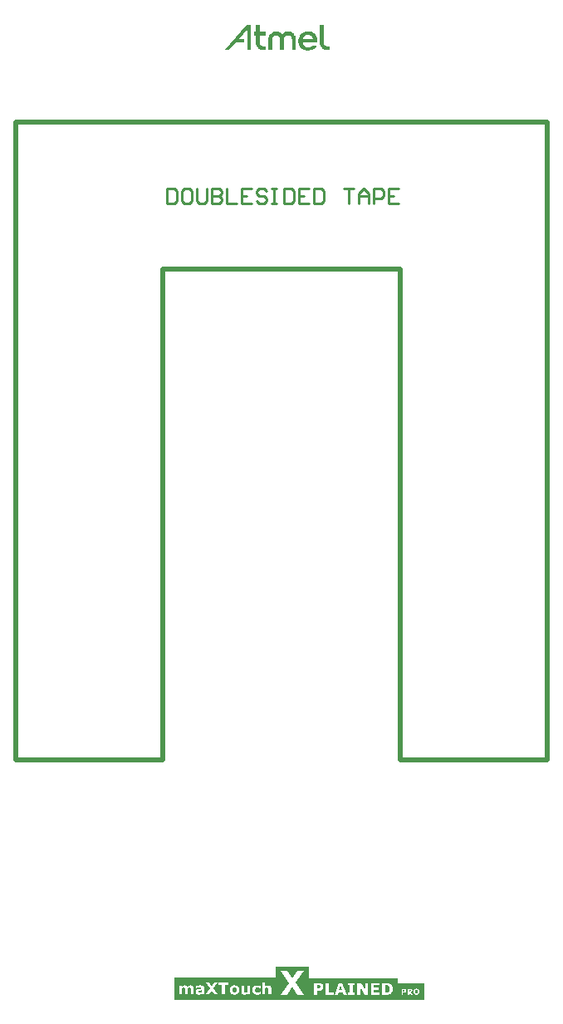
<source format=gto>
%FSLAX43Y43*%
%MOMM*%
G71*
G01*
G75*
G04 Layer_Color=65535*
%ADD10C,0.500*%
%ADD11C,0.200*%
%ADD12C,0.250*%
%ADD13C,0.400*%
%ADD14C,1.700*%
%ADD15R,1.700X1.700*%
%ADD16C,0.550*%
%ADD17R,1.800X2.200*%
%ADD18R,0.300X1.300*%
%ADD19R,0.700X0.300*%
%ADD20R,1.000X0.400*%
%ADD21R,1.100X1.500*%
%ADD22R,1.700X1.700*%
%ADD23R,1.100X0.250*%
%ADD24R,1.500X1.700*%
%ADD25R,2.800X2.800*%
%ADD26O,0.250X0.700*%
%ADD27O,0.700X0.250*%
%ADD28O,1.750X0.250*%
%ADD29R,0.700X1.100*%
%ADD30R,1.300X0.600*%
%ADD31R,0.400X0.400*%
%ADD32R,1.400X0.600*%
%ADD33R,0.700X0.700*%
%ADD34R,0.550X0.600*%
%ADD35R,0.800X0.650*%
%ADD36R,0.500X0.600*%
%ADD37R,1.000X0.950*%
%ADD38R,0.900X0.600*%
%ADD39R,0.600X0.550*%
%ADD40R,0.650X0.800*%
%ADD41R,0.600X0.500*%
%ADD42R,0.600X0.900*%
%ADD43C,0.800*%
%ADD44C,0.300*%
%ADD45C,0.254*%
G36*
X25647Y-1210D02*
X26254D01*
Y-1601D01*
X25647D01*
Y-2295D01*
Y-2301D01*
Y-2313D01*
Y-2330D01*
X25653Y-2354D01*
X25659Y-2406D01*
X25677Y-2464D01*
Y-2470D01*
X25682Y-2476D01*
X25700Y-2511D01*
X25729Y-2552D01*
X25770Y-2598D01*
X25782Y-2610D01*
X25811Y-2633D01*
X25852Y-2663D01*
X25904Y-2692D01*
X25910D01*
X25916Y-2698D01*
X25957Y-2703D01*
X26009Y-2715D01*
X26073Y-2721D01*
X26260D01*
Y-3106D01*
X26044D01*
X26009Y-3100D01*
X25968D01*
X25922Y-3094D01*
X25869Y-3082D01*
X25752Y-3048D01*
X25747Y-3042D01*
X25729Y-3036D01*
X25700Y-3018D01*
X25665Y-3001D01*
X25583Y-2948D01*
X25496Y-2873D01*
X25490Y-2867D01*
X25478Y-2855D01*
X25455Y-2832D01*
X25432Y-2797D01*
X25402Y-2762D01*
X25373Y-2715D01*
X25321Y-2616D01*
Y-2610D01*
X25309Y-2587D01*
X25303Y-2558D01*
X25292Y-2517D01*
X25280Y-2470D01*
X25268Y-2418D01*
X25263Y-2359D01*
X25257Y-2295D01*
Y-1601D01*
X25058D01*
Y-1210D01*
X25257D01*
Y-493D01*
X25647D01*
Y-1210D01*
D02*
G37*
G36*
X30663Y-1175D02*
X30698Y-1181D01*
X30739Y-1187D01*
X30844Y-1205D01*
X30954Y-1240D01*
X31071Y-1292D01*
X31129Y-1327D01*
X31188Y-1368D01*
X31240Y-1415D01*
X31293Y-1467D01*
Y-1473D01*
X31304Y-1479D01*
X31316Y-1496D01*
X31328Y-1514D01*
X31368Y-1572D01*
X31415Y-1654D01*
X31456Y-1753D01*
X31497Y-1864D01*
X31520Y-1998D01*
X31532Y-2144D01*
Y-2301D01*
X30050D01*
Y-2313D01*
Y-2336D01*
X30056Y-2377D01*
X30062Y-2424D01*
X30080Y-2482D01*
X30103Y-2540D01*
X30138Y-2604D01*
X30190Y-2663D01*
X30196Y-2668D01*
X30220Y-2686D01*
X30255Y-2709D01*
X30301Y-2738D01*
X30360Y-2768D01*
X30430Y-2791D01*
X30505Y-2808D01*
X30593Y-2820D01*
X30639D01*
X30692Y-2808D01*
X30756Y-2797D01*
X30832Y-2773D01*
X30908Y-2733D01*
X30978Y-2680D01*
X31042Y-2610D01*
X31473D01*
X31468Y-2622D01*
X31462Y-2645D01*
X31438Y-2686D01*
X31409Y-2733D01*
X31368Y-2791D01*
X31316Y-2855D01*
X31252Y-2919D01*
X31176Y-2983D01*
X31164Y-2989D01*
X31135Y-3007D01*
X31089Y-3036D01*
X31019Y-3065D01*
X30937Y-3094D01*
X30832Y-3117D01*
X30715Y-3135D01*
X30587Y-3147D01*
X30540D01*
X30511Y-3141D01*
X30470D01*
X30430Y-3129D01*
X30325Y-3112D01*
X30208Y-3077D01*
X30085Y-3030D01*
X29969Y-2960D01*
X29916Y-2913D01*
X29864Y-2867D01*
Y-2861D01*
X29852Y-2855D01*
X29841Y-2838D01*
X29823Y-2814D01*
X29806Y-2791D01*
X29782Y-2756D01*
X29736Y-2668D01*
X29689Y-2569D01*
X29648Y-2441D01*
X29619Y-2301D01*
X29613Y-2225D01*
X29607Y-2144D01*
Y-2138D01*
Y-2126D01*
Y-2103D01*
X29613Y-2074D01*
Y-2044D01*
X29619Y-2004D01*
X29642Y-1904D01*
X29671Y-1799D01*
X29718Y-1683D01*
X29782Y-1572D01*
X29817Y-1514D01*
X29864Y-1461D01*
X29870Y-1455D01*
X29876Y-1450D01*
X29893Y-1432D01*
X29916Y-1415D01*
X29940Y-1391D01*
X29975Y-1368D01*
X30056Y-1315D01*
X30161Y-1263D01*
X30284Y-1216D01*
X30430Y-1181D01*
X30505Y-1175D01*
X30587Y-1170D01*
X30628D01*
X30663Y-1175D01*
D02*
G37*
G36*
X30708Y-97707D02*
X39746D01*
Y-98280D01*
X42451D01*
Y-99903D01*
X16950D01*
Y-97625D01*
X27275D01*
Y-96511D01*
X30708D01*
Y-97707D01*
D02*
G37*
G36*
X32162Y-2295D02*
Y-2301D01*
Y-2313D01*
Y-2330D01*
X32167Y-2354D01*
X32173Y-2406D01*
X32191Y-2464D01*
Y-2470D01*
X32197Y-2476D01*
X32214Y-2511D01*
X32243Y-2552D01*
X32284Y-2598D01*
X32296Y-2610D01*
X32325Y-2633D01*
X32366Y-2663D01*
X32418Y-2692D01*
X32424D01*
X32430Y-2698D01*
X32447Y-2703D01*
X32471D01*
X32523Y-2715D01*
X32587Y-2721D01*
X32791D01*
Y-3106D01*
X32558D01*
X32523Y-3100D01*
X32482D01*
X32436Y-3094D01*
X32383Y-3082D01*
X32267Y-3048D01*
X32261Y-3042D01*
X32243Y-3036D01*
X32214Y-3018D01*
X32179Y-3001D01*
X32097Y-2948D01*
X32010Y-2873D01*
X32004Y-2867D01*
X31992Y-2855D01*
X31969Y-2832D01*
X31946Y-2797D01*
X31917Y-2762D01*
X31888Y-2715D01*
X31835Y-2610D01*
Y-2604D01*
X31823Y-2587D01*
X31818Y-2558D01*
X31806Y-2517D01*
X31794Y-2470D01*
X31788Y-2418D01*
X31777Y-2295D01*
Y-493D01*
X32162D01*
Y-2295D01*
D02*
G37*
G36*
X28668Y-1193D02*
X28721Y-1205D01*
X28767Y-1216D01*
X28808Y-1228D01*
X28837Y-1240D01*
X28855Y-1245D01*
X28861Y-1251D01*
X28960Y-1304D01*
X29007Y-1333D01*
X29042Y-1362D01*
X29077Y-1385D01*
X29100Y-1409D01*
X29112Y-1420D01*
X29117Y-1426D01*
X29193Y-1514D01*
X29246Y-1601D01*
X29269Y-1636D01*
X29281Y-1665D01*
X29292Y-1683D01*
Y-1689D01*
X29316Y-1747D01*
X29333Y-1799D01*
X29345Y-1852D01*
X29356Y-1904D01*
Y-1945D01*
X29362Y-1980D01*
Y-2004D01*
Y-2009D01*
Y-3100D01*
X28960D01*
Y-2009D01*
X28954Y-1945D01*
X28942Y-1899D01*
X28931Y-1864D01*
X28925Y-1858D01*
Y-1852D01*
X28902Y-1799D01*
X28872Y-1759D01*
X28849Y-1730D01*
X28837Y-1718D01*
X28797Y-1677D01*
X28756Y-1648D01*
X28721Y-1630D01*
X28715Y-1625D01*
X28709D01*
X28651Y-1607D01*
X28598Y-1601D01*
X28575Y-1595D01*
X28546D01*
X28488Y-1601D01*
X28435Y-1607D01*
X28400Y-1619D01*
X28394Y-1625D01*
X28388D01*
X28342Y-1654D01*
X28301Y-1683D01*
X28272Y-1706D01*
X28260Y-1712D01*
Y-1718D01*
X28225Y-1765D01*
X28196Y-1805D01*
X28178Y-1840D01*
X28173Y-1846D01*
Y-1852D01*
X28155Y-1904D01*
X28149Y-1957D01*
X28143Y-1992D01*
Y-2004D01*
Y-2009D01*
Y-3100D01*
X27747D01*
Y-2009D01*
X27741Y-1945D01*
X27729Y-1899D01*
X27718Y-1864D01*
X27712Y-1858D01*
Y-1852D01*
X27683Y-1799D01*
X27654Y-1759D01*
X27630Y-1730D01*
X27619Y-1718D01*
X27578Y-1677D01*
X27537Y-1648D01*
X27502Y-1630D01*
X27496Y-1625D01*
X27490D01*
X27438Y-1607D01*
X27385Y-1601D01*
X27350Y-1595D01*
X27333D01*
X27269Y-1601D01*
X27216Y-1607D01*
X27181Y-1619D01*
X27175Y-1625D01*
X27170D01*
X27123Y-1654D01*
X27082Y-1683D01*
X27053Y-1706D01*
X27041Y-1712D01*
Y-1718D01*
X27006Y-1765D01*
X26977Y-1805D01*
X26960Y-1840D01*
X26954Y-1846D01*
Y-1852D01*
X26936Y-1904D01*
X26930Y-1957D01*
X26925Y-1992D01*
Y-2004D01*
Y-2009D01*
Y-3100D01*
X26528D01*
Y-2009D01*
X26534Y-1945D01*
X26540Y-1887D01*
X26551Y-1829D01*
X26563Y-1782D01*
X26575Y-1741D01*
X26581Y-1712D01*
X26592Y-1695D01*
Y-1689D01*
X26645Y-1584D01*
X26674Y-1537D01*
X26703Y-1502D01*
X26726Y-1467D01*
X26744Y-1444D01*
X26755Y-1432D01*
X26761Y-1426D01*
X26849Y-1350D01*
X26930Y-1298D01*
X26965Y-1275D01*
X26995Y-1263D01*
X27012Y-1251D01*
X27018D01*
X27076Y-1228D01*
X27129Y-1210D01*
X27187Y-1199D01*
X27234Y-1187D01*
X27275D01*
X27304Y-1181D01*
X27333D01*
X27409Y-1187D01*
X27473Y-1193D01*
X27537Y-1210D01*
X27589Y-1228D01*
X27636Y-1245D01*
X27671Y-1257D01*
X27694Y-1269D01*
X27700Y-1275D01*
X27799Y-1339D01*
X27840Y-1368D01*
X27875Y-1397D01*
X27904Y-1426D01*
X27928Y-1450D01*
X27939Y-1461D01*
X27945Y-1467D01*
X28021Y-1385D01*
X28103Y-1327D01*
X28132Y-1304D01*
X28161Y-1286D01*
X28178Y-1280D01*
X28184Y-1275D01*
X28248Y-1245D01*
X28313Y-1222D01*
X28371Y-1205D01*
X28429Y-1193D01*
X28476Y-1187D01*
X28511Y-1181D01*
X28610D01*
X28668Y-1193D01*
D02*
G37*
G36*
X24773Y-3100D02*
X24388D01*
Y-983D01*
X23571Y-1939D01*
X24032D01*
Y-2313D01*
X23256D01*
X22580Y-3100D01*
X22125D01*
X24324Y-493D01*
X24773D01*
Y-3100D01*
D02*
G37*
%LPC*%
G36*
X38586Y-98207D02*
X38118D01*
Y-99403D01*
X38538D01*
X38590Y-99402D01*
X38636Y-99400D01*
X38680Y-99397D01*
X38698Y-99395D01*
X38715Y-99393D01*
X38731Y-99392D01*
X38745Y-99390D01*
X38756Y-99388D01*
X38766Y-99387D01*
X38775Y-99385D01*
X38780Y-99383D01*
X38785D01*
X38823Y-99373D01*
X38860Y-99363D01*
X38891Y-99350D01*
X38920Y-99338D01*
X38943Y-99327D01*
X38961Y-99318D01*
X38968Y-99315D01*
X38973Y-99312D01*
X38975Y-99310D01*
X38976D01*
X39018Y-99280D01*
X39056Y-99248D01*
X39088Y-99213D01*
X39116Y-99182D01*
X39140Y-99152D01*
X39148Y-99140D01*
X39156Y-99128D01*
X39161Y-99120D01*
X39166Y-99112D01*
X39168Y-99108D01*
X39170Y-99107D01*
X39183Y-99082D01*
X39195Y-99057D01*
X39215Y-99005D01*
X39228Y-98953D01*
X39236Y-98907D01*
X39240Y-98887D01*
X39243Y-98867D01*
X39245Y-98850D01*
Y-98835D01*
X39246Y-98823D01*
Y-98813D01*
Y-98808D01*
Y-98807D01*
Y-98775D01*
X39243Y-98743D01*
X39235Y-98687D01*
X39230Y-98660D01*
X39223Y-98635D01*
X39218Y-98612D01*
X39211Y-98590D01*
X39205Y-98572D01*
X39198Y-98555D01*
X39191Y-98540D01*
X39186Y-98529D01*
X39181Y-98519D01*
X39178Y-98510D01*
X39176Y-98507D01*
X39175Y-98505D01*
X39146Y-98460D01*
X39115Y-98419D01*
X39081Y-98385D01*
X39050Y-98355D01*
X39023Y-98332D01*
X39011Y-98324D01*
X39000Y-98315D01*
X38991Y-98310D01*
X38985Y-98305D01*
X38981Y-98302D01*
X38980D01*
X38951Y-98285D01*
X38921Y-98272D01*
X38891Y-98260D01*
X38863Y-98250D01*
X38840Y-98242D01*
X38828Y-98239D01*
X38820Y-98237D01*
X38811Y-98235D01*
X38806Y-98234D01*
X38803Y-98232D01*
X38801D01*
X38760Y-98224D01*
X38718Y-98217D01*
X38676Y-98214D01*
X38636Y-98210D01*
X38618Y-98209D01*
X38601D01*
X38586Y-98207D01*
D02*
G37*
G36*
X26226Y-98125D02*
X25936D01*
Y-99375D01*
X26226D01*
Y-98737D01*
X26259Y-98718D01*
X26274Y-98712D01*
X26288Y-98705D01*
X26298Y-98700D01*
X26306Y-98697D01*
X26311Y-98695D01*
X26313D01*
X26343Y-98687D01*
X26356Y-98685D01*
X26368Y-98684D01*
X26378Y-98682D01*
X26413D01*
X26429Y-98684D01*
X26444Y-98687D01*
X26456Y-98689D01*
X26466Y-98692D01*
X26473Y-98695D01*
X26476Y-98697D01*
X26478D01*
X26499Y-98709D01*
X26514Y-98724D01*
X26519Y-98730D01*
X26523Y-98735D01*
X26526Y-98739D01*
Y-98740D01*
X26531Y-98750D01*
X26534Y-98763D01*
X26541Y-98790D01*
X26543Y-98802D01*
Y-98812D01*
X26544Y-98818D01*
Y-98820D01*
X26548Y-98860D01*
X26549Y-98878D01*
X26551Y-98893D01*
Y-98908D01*
Y-98918D01*
Y-98925D01*
Y-98928D01*
Y-99375D01*
X26841D01*
Y-98788D01*
X26839Y-98758D01*
X26838Y-98729D01*
X26833Y-98702D01*
X26828Y-98679D01*
X26821Y-98655D01*
X26814Y-98634D01*
X26808Y-98615D01*
X26799Y-98599D01*
X26791Y-98584D01*
X26784Y-98570D01*
X26778Y-98560D01*
X26771Y-98552D01*
X26766Y-98544D01*
X26761Y-98539D01*
X26759Y-98537D01*
X26758Y-98535D01*
X26741Y-98520D01*
X26724Y-98507D01*
X26706Y-98495D01*
X26688Y-98485D01*
X26649Y-98470D01*
X26614Y-98459D01*
X26581Y-98454D01*
X26568Y-98452D01*
X26554Y-98450D01*
X26544Y-98449D01*
X26531D01*
X26499Y-98450D01*
X26469Y-98454D01*
X26443Y-98459D01*
X26419Y-98465D01*
X26399Y-98472D01*
X26386Y-98477D01*
X26376Y-98480D01*
X26374Y-98482D01*
X26373D01*
X26346Y-98495D01*
X26321Y-98510D01*
X26296Y-98525D01*
X26273Y-98540D01*
X26254Y-98554D01*
X26239Y-98564D01*
X26229Y-98570D01*
X26228Y-98574D01*
X26226D01*
Y-98125D01*
D02*
G37*
G36*
X34089Y-98207D02*
X33734D01*
X33294Y-99403D01*
X33606D01*
X33689Y-99162D01*
X34126D01*
X34209Y-99403D01*
X34531D01*
X34089Y-98207D01*
D02*
G37*
G36*
X35351D02*
X34649D01*
Y-98419D01*
X34846D01*
Y-99192D01*
X34649D01*
Y-99403D01*
X35351D01*
Y-99192D01*
X35154D01*
Y-98419D01*
X35351D01*
Y-98207D01*
D02*
G37*
G36*
X37858D02*
X36995D01*
Y-99403D01*
X37858D01*
Y-99172D01*
X37303D01*
Y-98877D01*
X37818D01*
Y-98645D01*
X37303D01*
Y-98439D01*
X37858D01*
Y-98207D01*
D02*
G37*
G36*
X40392Y-98793D02*
X40125D01*
Y-99391D01*
X40279D01*
Y-99196D01*
X40374D01*
X40397Y-99195D01*
X40419Y-99193D01*
X40437Y-99190D01*
X40453Y-99187D01*
X40466Y-99184D01*
X40472Y-99183D01*
X40476Y-99181D01*
X40479Y-99180D01*
X40482Y-99179D01*
X40482Y-99178D01*
X40483D01*
X40499Y-99171D01*
X40514Y-99163D01*
X40528Y-99153D01*
X40540Y-99145D01*
X40550Y-99137D01*
X40557Y-99131D01*
X40562Y-99127D01*
X40563Y-99125D01*
X40572Y-99114D01*
X40581Y-99103D01*
X40587Y-99093D01*
X40593Y-99083D01*
X40597Y-99073D01*
X40601Y-99067D01*
X40602Y-99062D01*
X40603Y-99060D01*
X40608Y-99046D01*
X40612Y-99032D01*
X40614Y-99018D01*
X40616Y-99007D01*
X40617Y-98997D01*
X40617Y-98988D01*
Y-98983D01*
Y-98983D01*
Y-98982D01*
X40617Y-98963D01*
X40614Y-98946D01*
X40612Y-98931D01*
X40608Y-98918D01*
X40604Y-98908D01*
X40602Y-98900D01*
X40599Y-98895D01*
X40598Y-98893D01*
X40591Y-98880D01*
X40582Y-98868D01*
X40572Y-98858D01*
X40563Y-98849D01*
X40556Y-98842D01*
X40549Y-98837D01*
X40545Y-98833D01*
X40544Y-98833D01*
X40543D01*
X40532Y-98826D01*
X40519Y-98819D01*
X40507Y-98814D01*
X40497Y-98810D01*
X40487Y-98807D01*
X40480Y-98804D01*
X40475Y-98803D01*
X40474Y-98803D01*
X40473D01*
X40458Y-98799D01*
X40442Y-98797D01*
X40426Y-98795D01*
X40411Y-98793D01*
X40397D01*
X40392Y-98793D01*
D02*
G37*
G36*
X41650Y-98780D02*
X41643D01*
X41616Y-98781D01*
X41592Y-98783D01*
X41569Y-98788D01*
X41547Y-98793D01*
X41527Y-98799D01*
X41508Y-98807D01*
X41491Y-98814D01*
X41476Y-98822D01*
X41462Y-98830D01*
X41450Y-98838D01*
X41440Y-98845D01*
X41432Y-98851D01*
X41425Y-98857D01*
X41421Y-98861D01*
X41418Y-98863D01*
X41417Y-98864D01*
X41403Y-98881D01*
X41391Y-98898D01*
X41380Y-98917D01*
X41370Y-98935D01*
X41362Y-98954D01*
X41356Y-98973D01*
X41350Y-98992D01*
X41346Y-99010D01*
X41342Y-99027D01*
X41340Y-99043D01*
X41338Y-99057D01*
X41337Y-99068D01*
X41336Y-99078D01*
X41336Y-99086D01*
Y-99091D01*
Y-99092D01*
Y-99093D01*
X41336Y-99118D01*
X41339Y-99143D01*
X41343Y-99167D01*
X41348Y-99188D01*
X41355Y-99208D01*
X41361Y-99227D01*
X41369Y-99244D01*
X41376Y-99259D01*
X41384Y-99273D01*
X41391Y-99285D01*
X41398Y-99295D01*
X41405Y-99304D01*
X41410Y-99311D01*
X41414Y-99315D01*
X41416Y-99318D01*
X41417Y-99319D01*
X41433Y-99334D01*
X41450Y-99347D01*
X41468Y-99358D01*
X41487Y-99368D01*
X41505Y-99376D01*
X41525Y-99382D01*
X41543Y-99388D01*
X41560Y-99393D01*
X41577Y-99397D01*
X41593Y-99399D01*
X41607Y-99401D01*
X41619Y-99402D01*
X41629Y-99402D01*
X41636Y-99403D01*
X41643D01*
X41670Y-99402D01*
X41694Y-99400D01*
X41717Y-99396D01*
X41739Y-99390D01*
X41760Y-99384D01*
X41778Y-99377D01*
X41795Y-99369D01*
X41810Y-99361D01*
X41824Y-99353D01*
X41835Y-99346D01*
X41845Y-99338D01*
X41854Y-99333D01*
X41860Y-99327D01*
X41865Y-99323D01*
X41868Y-99320D01*
X41869Y-99319D01*
X41883Y-99303D01*
X41896Y-99285D01*
X41907Y-99267D01*
X41916Y-99248D01*
X41925Y-99229D01*
X41931Y-99211D01*
X41936Y-99192D01*
X41941Y-99174D01*
X41945Y-99158D01*
X41947Y-99142D01*
X41949Y-99128D01*
X41950Y-99116D01*
X41950Y-99106D01*
X41951Y-99099D01*
Y-99094D01*
Y-99093D01*
X41950Y-99066D01*
X41948Y-99042D01*
X41944Y-99018D01*
X41939Y-98996D01*
X41932Y-98976D01*
X41925Y-98957D01*
X41918Y-98940D01*
X41910Y-98924D01*
X41902Y-98911D01*
X41895Y-98898D01*
X41888Y-98888D01*
X41882Y-98879D01*
X41876Y-98873D01*
X41872Y-98868D01*
X41870Y-98865D01*
X41869Y-98864D01*
X41853Y-98849D01*
X41835Y-98837D01*
X41817Y-98825D01*
X41799Y-98816D01*
X41780Y-98808D01*
X41761Y-98801D01*
X41743Y-98795D01*
X41725Y-98791D01*
X41708Y-98787D01*
X41693Y-98784D01*
X41679Y-98783D01*
X41666Y-98782D01*
X41657Y-98781D01*
X41650Y-98780D01*
D02*
G37*
G36*
X41005Y-98793D02*
X40727D01*
Y-99391D01*
X40881D01*
Y-99172D01*
X40952D01*
X41115Y-99391D01*
X41303D01*
X41103Y-99135D01*
X41123Y-99124D01*
X41141Y-99113D01*
X41156Y-99101D01*
X41169Y-99090D01*
X41179Y-99081D01*
X41186Y-99073D01*
X41190Y-99068D01*
X41191Y-99067D01*
Y-99066D01*
X41201Y-99049D01*
X41209Y-99031D01*
X41215Y-99013D01*
X41218Y-98996D01*
X41221Y-98981D01*
X41221Y-98974D01*
Y-98968D01*
X41222Y-98964D01*
Y-98960D01*
Y-98958D01*
Y-98958D01*
X41221Y-98940D01*
X41219Y-98924D01*
X41216Y-98911D01*
X41212Y-98899D01*
X41209Y-98890D01*
X41206Y-98883D01*
X41203Y-98879D01*
X41202Y-98878D01*
X41194Y-98866D01*
X41186Y-98856D01*
X41176Y-98847D01*
X41168Y-98839D01*
X41160Y-98833D01*
X41154Y-98828D01*
X41150Y-98826D01*
X41148Y-98825D01*
X41136Y-98818D01*
X41123Y-98813D01*
X41111Y-98808D01*
X41100Y-98804D01*
X41091Y-98802D01*
X41083Y-98800D01*
X41078Y-98799D01*
X41076D01*
X41061Y-98797D01*
X41046Y-98795D01*
X41031Y-98794D01*
X41017Y-98793D01*
X41005Y-98793D01*
D02*
G37*
G36*
X22497Y-98179D02*
X21442D01*
Y-98410D01*
X21816D01*
Y-99375D01*
X22124D01*
Y-98410D01*
X22497D01*
Y-98179D01*
D02*
G37*
G36*
X19581Y-98447D02*
X19519D01*
X19483Y-98450D01*
X19448Y-98452D01*
X19416Y-98455D01*
X19389Y-98459D01*
X19378Y-98460D01*
X19370D01*
X19361Y-98462D01*
X19356Y-98464D01*
X19351D01*
X19315Y-98470D01*
X19285Y-98475D01*
X19260Y-98480D01*
X19238Y-98485D01*
X19223Y-98489D01*
X19211Y-98492D01*
X19205Y-98494D01*
X19203D01*
Y-98710D01*
X19228D01*
X19243Y-98705D01*
X19261Y-98699D01*
X19281Y-98692D01*
X19300Y-98685D01*
X19318Y-98680D01*
X19331Y-98675D01*
X19341Y-98674D01*
X19343Y-98672D01*
X19345D01*
X19375Y-98664D01*
X19403Y-98657D01*
X19428Y-98652D01*
X19451Y-98649D01*
X19469Y-98647D01*
X19484Y-98645D01*
X19496D01*
X19538Y-98647D01*
X19574Y-98650D01*
X19604Y-98655D01*
X19629Y-98660D01*
X19649Y-98665D01*
X19663Y-98670D01*
X19671Y-98674D01*
X19674Y-98675D01*
X19694Y-98689D01*
X19709Y-98704D01*
X19721Y-98720D01*
X19728Y-98737D01*
X19733Y-98753D01*
X19734Y-98767D01*
X19736Y-98775D01*
Y-98777D01*
Y-98778D01*
Y-98782D01*
X19689Y-98785D01*
X19644Y-98788D01*
X19603Y-98793D01*
X19566Y-98797D01*
X19549Y-98798D01*
X19536Y-98800D01*
X19523Y-98802D01*
X19511D01*
X19503Y-98803D01*
X19496Y-98805D01*
X19491D01*
X19449Y-98812D01*
X19410Y-98820D01*
X19376Y-98828D01*
X19348Y-98837D01*
X19325Y-98845D01*
X19308Y-98850D01*
X19301Y-98853D01*
X19296Y-98855D01*
X19295Y-98857D01*
X19293D01*
X19265Y-98872D01*
X19240Y-98887D01*
X19218Y-98903D01*
X19200Y-98918D01*
X19186Y-98933D01*
X19176Y-98945D01*
X19170Y-98952D01*
X19168Y-98955D01*
X19153Y-98980D01*
X19143Y-99007D01*
X19135Y-99033D01*
X19130Y-99060D01*
X19126Y-99082D01*
X19125Y-99100D01*
Y-99107D01*
Y-99112D01*
Y-99115D01*
Y-99117D01*
X19126Y-99140D01*
X19128Y-99160D01*
X19138Y-99200D01*
X19151Y-99235D01*
X19168Y-99265D01*
X19183Y-99288D01*
X19196Y-99305D01*
X19201Y-99312D01*
X19206Y-99317D01*
X19208Y-99318D01*
X19210Y-99320D01*
X19226Y-99333D01*
X19245Y-99345D01*
X19280Y-99365D01*
X19316Y-99378D01*
X19350Y-99388D01*
X19379Y-99393D01*
X19393Y-99397D01*
X19403D01*
X19413Y-99398D01*
X19444D01*
X19463Y-99397D01*
X19481Y-99395D01*
X19494Y-99393D01*
X19508Y-99392D01*
X19516Y-99390D01*
X19523Y-99388D01*
X19524D01*
X19558Y-99380D01*
X19573Y-99377D01*
X19586Y-99372D01*
X19598Y-99368D01*
X19606Y-99365D01*
X19611Y-99362D01*
X19613D01*
X19636Y-99350D01*
X19656Y-99337D01*
X19664Y-99332D01*
X19671Y-99327D01*
X19676Y-99325D01*
X19678Y-99323D01*
X19701Y-99307D01*
X19719Y-99292D01*
X19726Y-99287D01*
X19733Y-99283D01*
X19734Y-99280D01*
X19736D01*
Y-99375D01*
X20023D01*
Y-98762D01*
X20021Y-98732D01*
X20018Y-98705D01*
X20013Y-98680D01*
X20006Y-98657D01*
X19998Y-98635D01*
X19988Y-98615D01*
X19978Y-98599D01*
X19968Y-98582D01*
X19958Y-98569D01*
X19948Y-98557D01*
X19938Y-98547D01*
X19929Y-98539D01*
X19923Y-98532D01*
X19918Y-98527D01*
X19914Y-98525D01*
X19913Y-98524D01*
X19891Y-98510D01*
X19866Y-98499D01*
X19839Y-98489D01*
X19811Y-98479D01*
X19753Y-98465D01*
X19694Y-98457D01*
X19666Y-98454D01*
X19641Y-98450D01*
X19618Y-98449D01*
X19598D01*
X19581Y-98447D01*
D02*
G37*
G36*
X18638Y-98449D02*
X18625D01*
X18595Y-98450D01*
X18566Y-98455D01*
X18540Y-98462D01*
X18515Y-98470D01*
X18495Y-98479D01*
X18478Y-98485D01*
X18468Y-98490D01*
X18466Y-98492D01*
X18465D01*
X18435Y-98509D01*
X18405Y-98527D01*
X18376Y-98545D01*
X18350Y-98564D01*
X18328Y-98580D01*
X18311Y-98594D01*
X18305Y-98599D01*
X18300Y-98602D01*
X18298Y-98604D01*
X18296Y-98605D01*
X18281Y-98579D01*
X18263Y-98555D01*
X18246Y-98535D01*
X18228Y-98519D01*
X18213Y-98505D01*
X18201Y-98495D01*
X18193Y-98490D01*
X18190Y-98489D01*
X18163Y-98475D01*
X18136Y-98465D01*
X18110Y-98459D01*
X18087Y-98454D01*
X18065Y-98450D01*
X18048Y-98449D01*
X18033D01*
X18003Y-98450D01*
X17975Y-98454D01*
X17948Y-98459D01*
X17927Y-98465D01*
X17908Y-98472D01*
X17893Y-98477D01*
X17885Y-98480D01*
X17882Y-98482D01*
X17857Y-98495D01*
X17830Y-98510D01*
X17807Y-98525D01*
X17785Y-98540D01*
X17767Y-98554D01*
X17753Y-98564D01*
X17743Y-98570D01*
X17742Y-98574D01*
X17740D01*
Y-98474D01*
X17450D01*
Y-99375D01*
X17740D01*
Y-98737D01*
X17765Y-98722D01*
X17788Y-98710D01*
X17797Y-98707D01*
X17805Y-98704D01*
X17810Y-98700D01*
X17812D01*
X17827Y-98694D01*
X17842Y-98690D01*
X17855Y-98687D01*
X17868Y-98684D01*
X17878D01*
X17887Y-98682D01*
X17912D01*
X17928Y-98684D01*
X17943Y-98685D01*
X17955Y-98689D01*
X17963Y-98690D01*
X17970Y-98694D01*
X17973Y-98695D01*
X17975D01*
X17995Y-98707D01*
X18008Y-98722D01*
X18013Y-98729D01*
X18017Y-98733D01*
X18020Y-98737D01*
Y-98739D01*
X18025Y-98750D01*
X18030Y-98762D01*
X18035Y-98787D01*
X18037Y-98797D01*
X18038Y-98805D01*
Y-98812D01*
Y-98813D01*
X18040Y-98832D01*
Y-98850D01*
X18042Y-98868D01*
Y-98887D01*
Y-98902D01*
Y-98913D01*
Y-98922D01*
Y-98925D01*
Y-99375D01*
X18331D01*
Y-98737D01*
X18350Y-98727D01*
X18365Y-98717D01*
X18380Y-98710D01*
X18391Y-98705D01*
X18401Y-98700D01*
X18408Y-98697D01*
X18413Y-98695D01*
X18415D01*
X18440Y-98687D01*
X18463Y-98684D01*
X18471Y-98682D01*
X18505D01*
X18521Y-98684D01*
X18535Y-98685D01*
X18546Y-98689D01*
X18556Y-98690D01*
X18563Y-98694D01*
X18566Y-98695D01*
X18568D01*
X18588Y-98707D01*
X18601Y-98722D01*
X18606Y-98729D01*
X18610Y-98733D01*
X18611Y-98737D01*
Y-98739D01*
X18616Y-98750D01*
X18621Y-98762D01*
X18626Y-98787D01*
X18628Y-98797D01*
X18630Y-98805D01*
Y-98812D01*
Y-98813D01*
X18631Y-98832D01*
Y-98850D01*
X18633Y-98868D01*
Y-98887D01*
Y-98902D01*
Y-98913D01*
Y-98922D01*
Y-98925D01*
Y-99375D01*
X18923D01*
Y-98788D01*
Y-98758D01*
X18920Y-98730D01*
X18916Y-98705D01*
X18911Y-98680D01*
X18905Y-98659D01*
X18898Y-98637D01*
X18891Y-98619D01*
X18885Y-98602D01*
X18878Y-98587D01*
X18871Y-98574D01*
X18865Y-98562D01*
X18858Y-98554D01*
X18853Y-98547D01*
X18850Y-98540D01*
X18848Y-98539D01*
X18846Y-98537D01*
X18831Y-98522D01*
X18815Y-98507D01*
X18798Y-98495D01*
X18780Y-98485D01*
X18743Y-98470D01*
X18708Y-98460D01*
X18675Y-98454D01*
X18661Y-98452D01*
X18648Y-98450D01*
X18638Y-98449D01*
D02*
G37*
G36*
X25443D02*
X25428D01*
X25390Y-98450D01*
X25353Y-98452D01*
X25320Y-98457D01*
X25290Y-98462D01*
X25265Y-98467D01*
X25253Y-98469D01*
X25245Y-98470D01*
X25238Y-98472D01*
X25233Y-98474D01*
X25230Y-98475D01*
X25228D01*
X25193Y-98487D01*
X25161Y-98500D01*
X25133Y-98514D01*
X25108Y-98527D01*
X25088Y-98539D01*
X25073Y-98549D01*
X25063Y-98555D01*
X25061Y-98559D01*
X25060D01*
X25033Y-98584D01*
X25010Y-98609D01*
X24990Y-98634D01*
X24973Y-98659D01*
X24960Y-98680D01*
X24951Y-98697D01*
X24948Y-98704D01*
X24945Y-98709D01*
X24943Y-98710D01*
Y-98712D01*
X24930Y-98747D01*
X24920Y-98783D01*
X24911Y-98820D01*
X24906Y-98853D01*
X24903Y-98883D01*
Y-98897D01*
X24901Y-98907D01*
Y-98917D01*
Y-98923D01*
Y-98927D01*
Y-98928D01*
X24903Y-98972D01*
X24908Y-99012D01*
X24913Y-99047D01*
X24921Y-99078D01*
X24928Y-99103D01*
X24931Y-99113D01*
X24933Y-99122D01*
X24936Y-99130D01*
X24938Y-99135D01*
X24940Y-99137D01*
Y-99138D01*
X24956Y-99170D01*
X24975Y-99198D01*
X24993Y-99223D01*
X25011Y-99245D01*
X25026Y-99262D01*
X25040Y-99275D01*
X25048Y-99282D01*
X25051Y-99285D01*
X25080Y-99305D01*
X25108Y-99323D01*
X25136Y-99338D01*
X25163Y-99350D01*
X25185Y-99360D01*
X25203Y-99367D01*
X25210Y-99368D01*
X25215Y-99370D01*
X25218Y-99372D01*
X25220D01*
X25258Y-99380D01*
X25295Y-99387D01*
X25331Y-99392D01*
X25365Y-99395D01*
X25393Y-99397D01*
X25406D01*
X25416Y-99398D01*
X25436D01*
X25470Y-99397D01*
X25500Y-99395D01*
X25528Y-99392D01*
X25553Y-99388D01*
X25573Y-99385D01*
X25588Y-99383D01*
X25598Y-99380D01*
X25601D01*
X25630Y-99373D01*
X25655Y-99365D01*
X25680Y-99357D01*
X25701Y-99348D01*
X25720Y-99342D01*
X25733Y-99335D01*
X25741Y-99332D01*
X25745Y-99330D01*
Y-99082D01*
X25703D01*
X25690Y-99095D01*
X25676Y-99107D01*
X25666Y-99115D01*
X25665Y-99117D01*
X25663Y-99118D01*
X25648Y-99130D01*
X25633Y-99140D01*
X25626Y-99145D01*
X25621Y-99147D01*
X25618Y-99150D01*
X25616D01*
X25593Y-99162D01*
X25570Y-99172D01*
X25558Y-99175D01*
X25551Y-99178D01*
X25545Y-99180D01*
X25543D01*
X25510Y-99187D01*
X25493Y-99188D01*
X25478Y-99190D01*
X25465Y-99192D01*
X25445D01*
X25403Y-99188D01*
X25368Y-99182D01*
X25336Y-99170D01*
X25311Y-99158D01*
X25291Y-99147D01*
X25276Y-99135D01*
X25268Y-99128D01*
X25265Y-99125D01*
X25243Y-99097D01*
X25228Y-99067D01*
X25216Y-99033D01*
X25210Y-99002D01*
X25205Y-98973D01*
X25203Y-98960D01*
Y-98950D01*
X25201Y-98940D01*
Y-98933D01*
Y-98930D01*
Y-98928D01*
X25205Y-98883D01*
X25211Y-98843D01*
X25221Y-98810D01*
X25233Y-98780D01*
X25243Y-98758D01*
X25253Y-98742D01*
X25260Y-98732D01*
X25263Y-98729D01*
X25275Y-98715D01*
X25288Y-98704D01*
X25316Y-98687D01*
X25346Y-98674D01*
X25375Y-98664D01*
X25400Y-98659D01*
X25411Y-98657D01*
X25421D01*
X25428Y-98655D01*
X25460D01*
X25476Y-98657D01*
X25491Y-98659D01*
X25506Y-98660D01*
X25516Y-98664D01*
X25525Y-98665D01*
X25530Y-98667D01*
X25531D01*
X25560Y-98677D01*
X25573Y-98682D01*
X25583Y-98687D01*
X25591Y-98690D01*
X25600Y-98694D01*
X25603Y-98695D01*
X25605Y-98697D01*
X25628Y-98710D01*
X25646Y-98724D01*
X25653Y-98729D01*
X25658Y-98732D01*
X25660Y-98733D01*
X25661Y-98735D01*
X25678Y-98748D01*
X25691Y-98758D01*
X25700Y-98765D01*
X25703Y-98767D01*
X25745D01*
Y-98522D01*
X25693Y-98500D01*
X25668Y-98492D01*
X25646Y-98484D01*
X25626Y-98479D01*
X25611Y-98474D01*
X25601Y-98472D01*
X25600Y-98470D01*
X25598D01*
X25568Y-98464D01*
X25538Y-98457D01*
X25510Y-98454D01*
X25483Y-98452D01*
X25461Y-98450D01*
X25443Y-98449D01*
D02*
G37*
G36*
X21382Y-98179D02*
X21039D01*
X20784Y-98552D01*
X20536Y-98179D01*
X20181D01*
X20596Y-98773D01*
X20173Y-99375D01*
X20513D01*
X20774Y-98983D01*
X21031Y-99375D01*
X21389D01*
X20964Y-98760D01*
X21382Y-98179D01*
D02*
G37*
G36*
X30587Y-1531D02*
X30546D01*
X30517Y-1537D01*
X30447Y-1555D01*
X30360Y-1584D01*
X30313Y-1607D01*
X30266Y-1636D01*
X30220Y-1671D01*
X30179Y-1712D01*
X30138Y-1759D01*
X30103Y-1817D01*
X30074Y-1881D01*
X30050Y-1957D01*
X31100D01*
Y-1951D01*
X31094Y-1939D01*
X31089Y-1916D01*
X31083Y-1893D01*
X31054Y-1823D01*
X31007Y-1741D01*
X30978Y-1706D01*
X30937Y-1665D01*
X30896Y-1630D01*
X30849Y-1595D01*
X30797Y-1572D01*
X30733Y-1549D01*
X30663Y-1537D01*
X30587Y-1531D01*
D02*
G37*
G36*
X30194Y-97011D02*
X29508D01*
X28998Y-97757D01*
X28501Y-97011D01*
X27792D01*
X28621Y-98200D01*
X27775Y-99403D01*
X28455D01*
X28978Y-98620D01*
X29491Y-99403D01*
X30208D01*
X29358Y-98174D01*
X30194Y-97011D01*
D02*
G37*
G36*
X32688Y-98207D02*
X32380D01*
Y-99403D01*
X33241D01*
Y-99172D01*
X32688D01*
Y-98207D01*
D02*
G37*
G36*
X24695Y-98474D02*
X24405D01*
Y-99113D01*
X24373Y-99130D01*
X24360Y-99138D01*
X24347Y-99143D01*
X24335Y-99148D01*
X24327Y-99150D01*
X24320Y-99153D01*
X24318D01*
X24287Y-99162D01*
X24273Y-99163D01*
X24260Y-99165D01*
X24250Y-99167D01*
X24217D01*
X24200Y-99165D01*
X24185Y-99162D01*
X24173Y-99160D01*
X24163Y-99157D01*
X24157Y-99155D01*
X24152Y-99153D01*
X24150D01*
X24130Y-99142D01*
X24115Y-99127D01*
X24110Y-99120D01*
X24107Y-99115D01*
X24103Y-99112D01*
Y-99110D01*
X24093Y-99085D01*
X24088Y-99062D01*
X24085Y-99050D01*
Y-99042D01*
X24083Y-99037D01*
Y-99035D01*
X24082Y-99017D01*
Y-98998D01*
Y-98980D01*
X24080Y-98962D01*
Y-98945D01*
Y-98933D01*
Y-98925D01*
Y-98922D01*
Y-98474D01*
X23790D01*
Y-99062D01*
X23792Y-99092D01*
X23793Y-99120D01*
X23797Y-99147D01*
X23803Y-99172D01*
X23808Y-99195D01*
X23815Y-99215D01*
X23823Y-99233D01*
X23830Y-99250D01*
X23838Y-99265D01*
X23845Y-99278D01*
X23852Y-99290D01*
X23858Y-99298D01*
X23863Y-99307D01*
X23867Y-99312D01*
X23868Y-99313D01*
X23870Y-99315D01*
X23885Y-99330D01*
X23903Y-99343D01*
X23920Y-99355D01*
X23940Y-99363D01*
X23977Y-99380D01*
X24015Y-99390D01*
X24047Y-99395D01*
X24062Y-99397D01*
X24073Y-99398D01*
X24085Y-99400D01*
X24098D01*
X24132Y-99398D01*
X24163Y-99395D01*
X24190Y-99390D01*
X24213Y-99383D01*
X24232Y-99378D01*
X24245Y-99373D01*
X24253Y-99370D01*
X24257Y-99368D01*
X24282Y-99355D01*
X24308Y-99340D01*
X24333Y-99325D01*
X24357Y-99310D01*
X24375Y-99297D01*
X24392Y-99287D01*
X24402Y-99280D01*
X24403Y-99277D01*
X24405D01*
Y-99375D01*
X24695D01*
Y-98474D01*
D02*
G37*
G36*
X31708Y-98207D02*
X31175D01*
Y-99403D01*
X31483D01*
Y-99013D01*
X31673D01*
X31720Y-99012D01*
X31763Y-99008D01*
X31800Y-99002D01*
X31831Y-98995D01*
X31856Y-98990D01*
X31868Y-98987D01*
X31876Y-98983D01*
X31883Y-98982D01*
X31888Y-98980D01*
X31890Y-98978D01*
X31891D01*
X31923Y-98963D01*
X31953Y-98947D01*
X31981Y-98928D01*
X32005Y-98912D01*
X32025Y-98895D01*
X32038Y-98883D01*
X32048Y-98875D01*
X32051Y-98872D01*
X32070Y-98850D01*
X32086Y-98828D01*
X32100Y-98807D01*
X32111Y-98787D01*
X32120Y-98768D01*
X32126Y-98755D01*
X32130Y-98745D01*
X32131Y-98742D01*
X32141Y-98714D01*
X32148Y-98685D01*
X32153Y-98659D01*
X32156Y-98635D01*
X32158Y-98615D01*
X32160Y-98599D01*
Y-98589D01*
Y-98587D01*
Y-98585D01*
X32158Y-98549D01*
X32153Y-98514D01*
X32148Y-98484D01*
X32141Y-98459D01*
X32133Y-98437D01*
X32128Y-98422D01*
X32123Y-98412D01*
X32121Y-98409D01*
X32106Y-98382D01*
X32088Y-98359D01*
X32070Y-98337D01*
X32051Y-98320D01*
X32036Y-98305D01*
X32023Y-98295D01*
X32015Y-98289D01*
X32013Y-98287D01*
X32011D01*
X31988Y-98274D01*
X31963Y-98260D01*
X31940Y-98250D01*
X31918Y-98242D01*
X31900Y-98235D01*
X31885Y-98230D01*
X31875Y-98229D01*
X31873Y-98227D01*
X31871D01*
X31841Y-98220D01*
X31810Y-98215D01*
X31777Y-98212D01*
X31747Y-98209D01*
X31720D01*
X31708Y-98207D01*
D02*
G37*
G36*
X36689D02*
X36405D01*
Y-98893D01*
X35970Y-98207D01*
X35602D01*
Y-99403D01*
X35885D01*
Y-98584D01*
X36390Y-99403D01*
X36689D01*
Y-98207D01*
D02*
G37*
G36*
X23119Y-98445D02*
X23095D01*
X23052Y-98447D01*
X23012Y-98450D01*
X22974Y-98457D01*
X22939Y-98465D01*
X22907Y-98475D01*
X22877Y-98485D01*
X22849Y-98497D01*
X22825Y-98509D01*
X22804Y-98522D01*
X22784Y-98534D01*
X22767Y-98544D01*
X22754Y-98554D01*
X22744Y-98562D01*
X22737Y-98569D01*
X22732Y-98572D01*
X22730Y-98574D01*
X22707Y-98599D01*
X22687Y-98625D01*
X22670Y-98654D01*
X22655Y-98682D01*
X22642Y-98712D01*
X22632Y-98742D01*
X22624Y-98770D01*
X22617Y-98797D01*
X22612Y-98823D01*
X22607Y-98848D01*
X22604Y-98870D01*
X22602Y-98888D01*
Y-98903D01*
X22600Y-98915D01*
Y-98922D01*
Y-98925D01*
X22602Y-98965D01*
X22605Y-99005D01*
X22612Y-99040D01*
X22620Y-99073D01*
X22630Y-99105D01*
X22640Y-99135D01*
X22652Y-99160D01*
X22665Y-99185D01*
X22677Y-99205D01*
X22689Y-99225D01*
X22699Y-99240D01*
X22709Y-99253D01*
X22717Y-99263D01*
X22724Y-99270D01*
X22727Y-99275D01*
X22729Y-99277D01*
X22754Y-99298D01*
X22782Y-99318D01*
X22810Y-99335D01*
X22840Y-99350D01*
X22872Y-99362D01*
X22902Y-99372D01*
X22932Y-99380D01*
X22960Y-99387D01*
X22989Y-99393D01*
X23014Y-99397D01*
X23037Y-99400D01*
X23057Y-99402D01*
X23072D01*
X23085Y-99403D01*
X23095D01*
X23139Y-99402D01*
X23179Y-99398D01*
X23217Y-99392D01*
X23252Y-99383D01*
X23284Y-99373D01*
X23313Y-99363D01*
X23342Y-99352D01*
X23365Y-99340D01*
X23387Y-99328D01*
X23407Y-99317D01*
X23423Y-99307D01*
X23437Y-99297D01*
X23447Y-99288D01*
X23453Y-99282D01*
X23458Y-99278D01*
X23460Y-99277D01*
X23483Y-99252D01*
X23503Y-99225D01*
X23520Y-99197D01*
X23535Y-99168D01*
X23548Y-99138D01*
X23558Y-99108D01*
X23567Y-99080D01*
X23573Y-99053D01*
X23578Y-99027D01*
X23583Y-99002D01*
X23587Y-98980D01*
X23588Y-98962D01*
X23590Y-98947D01*
Y-98935D01*
Y-98927D01*
Y-98925D01*
X23588Y-98885D01*
X23585Y-98847D01*
X23578Y-98810D01*
X23570Y-98777D01*
X23560Y-98745D01*
X23548Y-98717D01*
X23537Y-98690D01*
X23525Y-98667D01*
X23513Y-98645D01*
X23502Y-98627D01*
X23490Y-98612D01*
X23480Y-98599D01*
X23472Y-98589D01*
X23465Y-98582D01*
X23462Y-98577D01*
X23460Y-98575D01*
X23435Y-98552D01*
X23407Y-98532D01*
X23378Y-98515D01*
X23348Y-98500D01*
X23319Y-98487D01*
X23287Y-98477D01*
X23259Y-98469D01*
X23229Y-98462D01*
X23202Y-98457D01*
X23177Y-98452D01*
X23154Y-98449D01*
X23134Y-98447D01*
X23119Y-98445D01*
D02*
G37*
%LPD*%
G36*
X40964Y-98903D02*
X40976D01*
X40981Y-98904D01*
X40985D01*
X40999Y-98906D01*
X41006Y-98908D01*
X41011Y-98909D01*
X41016Y-98910D01*
X41019Y-98912D01*
X41021Y-98913D01*
X41021D01*
X41029Y-98916D01*
X41036Y-98920D01*
X41041Y-98924D01*
X41045Y-98928D01*
X41048Y-98932D01*
X41051Y-98935D01*
X41052Y-98937D01*
Y-98938D01*
X41056Y-98943D01*
X41058Y-98950D01*
X41061Y-98963D01*
Y-98968D01*
X41062Y-98972D01*
Y-98975D01*
Y-98976D01*
Y-98985D01*
X41061Y-98993D01*
X41060Y-99000D01*
X41059Y-99006D01*
X41057Y-99010D01*
X41056Y-99014D01*
X41055Y-99016D01*
Y-99017D01*
X41048Y-99028D01*
X41041Y-99036D01*
X41037Y-99039D01*
X41034Y-99041D01*
X41032Y-99043D01*
X41031Y-99043D01*
X41025Y-99048D01*
X41018Y-99052D01*
X41005Y-99057D01*
X40999Y-99058D01*
X40994Y-99059D01*
X40991Y-99060D01*
X40990D01*
X40980Y-99061D01*
X40970Y-99062D01*
X40959Y-99063D01*
X40950D01*
X40941Y-99063D01*
X40881D01*
Y-98903D01*
X40956D01*
X40964Y-98903D01*
D02*
G37*
G36*
X40341Y-98905D02*
X40356D01*
X40361Y-98906D01*
X40365D01*
X40382Y-98908D01*
X40390Y-98909D01*
X40397Y-98911D01*
X40403Y-98913D01*
X40408Y-98914D01*
X40412Y-98915D01*
X40412Y-98916D01*
X40419Y-98919D01*
X40425Y-98923D01*
X40434Y-98932D01*
X40438Y-98936D01*
X40441Y-98938D01*
X40442Y-98941D01*
X40443Y-98942D01*
X40448Y-98949D01*
X40452Y-98956D01*
X40454Y-98963D01*
X40456Y-98970D01*
X40457Y-98976D01*
X40457Y-98981D01*
Y-98984D01*
Y-98985D01*
Y-98994D01*
X40457Y-99003D01*
X40456Y-99010D01*
X40454Y-99017D01*
X40453Y-99022D01*
X40452Y-99026D01*
X40451Y-99028D01*
Y-99029D01*
X40445Y-99042D01*
X40437Y-99051D01*
X40434Y-99055D01*
X40432Y-99058D01*
X40430Y-99059D01*
X40429Y-99060D01*
X40422Y-99065D01*
X40416Y-99069D01*
X40402Y-99075D01*
X40396Y-99077D01*
X40391Y-99078D01*
X40387Y-99079D01*
X40387D01*
X40377Y-99081D01*
X40366Y-99082D01*
X40355Y-99083D01*
X40345D01*
X40336Y-99083D01*
X40279D01*
Y-98904D01*
X40330D01*
X40341Y-98905D01*
D02*
G37*
G36*
X31607Y-98432D02*
X31637D01*
X31647Y-98434D01*
X31655D01*
X31690Y-98437D01*
X31705Y-98440D01*
X31720Y-98444D01*
X31732Y-98447D01*
X31742Y-98450D01*
X31748Y-98452D01*
X31750Y-98454D01*
X31763Y-98460D01*
X31775Y-98469D01*
X31793Y-98485D01*
X31802Y-98494D01*
X31806Y-98499D01*
X31810Y-98504D01*
X31812Y-98505D01*
X31822Y-98520D01*
X31828Y-98534D01*
X31833Y-98549D01*
X31836Y-98562D01*
X31838Y-98574D01*
X31840Y-98584D01*
Y-98590D01*
Y-98592D01*
Y-98610D01*
X31838Y-98627D01*
X31836Y-98642D01*
X31833Y-98655D01*
X31831Y-98665D01*
X31828Y-98674D01*
X31826Y-98679D01*
Y-98680D01*
X31815Y-98705D01*
X31800Y-98724D01*
X31793Y-98732D01*
X31788Y-98737D01*
X31785Y-98740D01*
X31783Y-98742D01*
X31770Y-98752D01*
X31757Y-98760D01*
X31728Y-98772D01*
X31717Y-98775D01*
X31707Y-98778D01*
X31700Y-98780D01*
X31698D01*
X31678Y-98783D01*
X31657Y-98785D01*
X31635Y-98787D01*
X31615D01*
X31597Y-98788D01*
X31483D01*
Y-98430D01*
X31585D01*
X31607Y-98432D01*
D02*
G37*
G36*
X34051Y-98942D02*
X33763D01*
X33908Y-98522D01*
X34051Y-98942D01*
D02*
G37*
G36*
X19736Y-99138D02*
X19709Y-99158D01*
X19683Y-99172D01*
X19673Y-99178D01*
X19664Y-99182D01*
X19658Y-99183D01*
X19656Y-99185D01*
X19624Y-99195D01*
X19609Y-99198D01*
X19596Y-99200D01*
X19586D01*
X19578Y-99202D01*
X19551D01*
X19534Y-99200D01*
X19521D01*
X19509Y-99198D01*
X19501Y-99197D01*
X19494D01*
X19491Y-99195D01*
X19489D01*
X19473Y-99188D01*
X19458Y-99180D01*
X19449Y-99173D01*
X19448Y-99172D01*
X19446D01*
X19434Y-99160D01*
X19426Y-99148D01*
X19423Y-99142D01*
X19421Y-99138D01*
X19419Y-99123D01*
X19418Y-99108D01*
Y-99103D01*
Y-99098D01*
Y-99095D01*
Y-99093D01*
X19419Y-99078D01*
X19421Y-99065D01*
X19424Y-99053D01*
X19429Y-99043D01*
X19433Y-99035D01*
X19436Y-99030D01*
X19438Y-99027D01*
X19439Y-99025D01*
X19449Y-99015D01*
X19459Y-99007D01*
X19481Y-98995D01*
X19491Y-98990D01*
X19499Y-98987D01*
X19504Y-98985D01*
X19506D01*
X19521Y-98980D01*
X19536Y-98977D01*
X19569Y-98970D01*
X19584Y-98968D01*
X19596Y-98967D01*
X19604Y-98965D01*
X19608D01*
X19633Y-98962D01*
X19656Y-98960D01*
X19678Y-98957D01*
X19698Y-98955D01*
X19713Y-98953D01*
X19726D01*
X19733Y-98952D01*
X19736D01*
Y-99138D01*
D02*
G37*
G36*
X41654Y-98893D02*
X41664Y-98894D01*
X41674Y-98896D01*
X41682Y-98898D01*
X41689Y-98901D01*
X41694Y-98903D01*
X41698Y-98903D01*
X41699Y-98904D01*
X41709Y-98909D01*
X41717Y-98914D01*
X41725Y-98920D01*
X41733Y-98926D01*
X41738Y-98931D01*
X41743Y-98935D01*
X41745Y-98938D01*
X41746Y-98939D01*
X41754Y-98948D01*
X41760Y-98958D01*
X41765Y-98968D01*
X41770Y-98978D01*
X41774Y-98987D01*
X41776Y-98993D01*
X41778Y-98998D01*
X41779Y-98999D01*
Y-99000D01*
X41783Y-99015D01*
X41786Y-99030D01*
X41788Y-99046D01*
X41790Y-99060D01*
X41790Y-99073D01*
X41791Y-99078D01*
Y-99083D01*
Y-99087D01*
Y-99089D01*
Y-99091D01*
Y-99092D01*
X41790Y-99110D01*
X41790Y-99127D01*
X41788Y-99142D01*
X41785Y-99155D01*
X41783Y-99166D01*
X41781Y-99173D01*
X41780Y-99178D01*
X41780Y-99179D01*
Y-99180D01*
X41775Y-99193D01*
X41770Y-99206D01*
X41765Y-99217D01*
X41760Y-99226D01*
X41755Y-99233D01*
X41750Y-99239D01*
X41748Y-99243D01*
X41747Y-99244D01*
X41739Y-99253D01*
X41731Y-99260D01*
X41723Y-99266D01*
X41715Y-99271D01*
X41709Y-99275D01*
X41704Y-99278D01*
X41700Y-99279D01*
X41700Y-99280D01*
X41690Y-99283D01*
X41680Y-99286D01*
X41670Y-99288D01*
X41661Y-99289D01*
X41654Y-99290D01*
X41648Y-99291D01*
X41643D01*
X41632Y-99290D01*
X41622Y-99289D01*
X41612Y-99288D01*
X41604Y-99285D01*
X41596Y-99283D01*
X41591Y-99282D01*
X41588Y-99281D01*
X41586Y-99280D01*
X41576Y-99275D01*
X41568Y-99269D01*
X41560Y-99264D01*
X41553Y-99258D01*
X41547Y-99253D01*
X41543Y-99249D01*
X41540Y-99246D01*
X41540Y-99245D01*
X41532Y-99235D01*
X41526Y-99225D01*
X41520Y-99215D01*
X41516Y-99205D01*
X41512Y-99197D01*
X41510Y-99189D01*
X41508Y-99185D01*
X41507Y-99183D01*
X41503Y-99168D01*
X41500Y-99153D01*
X41498Y-99138D01*
X41497Y-99124D01*
X41496Y-99112D01*
X41495Y-99106D01*
Y-99102D01*
Y-99098D01*
Y-99095D01*
Y-99093D01*
Y-99093D01*
X41496Y-99073D01*
X41497Y-99056D01*
X41500Y-99040D01*
X41502Y-99027D01*
X41504Y-99016D01*
X41506Y-99008D01*
X41507Y-99005D01*
Y-99003D01*
X41508Y-99002D01*
Y-99001D01*
X41513Y-98987D01*
X41518Y-98974D01*
X41524Y-98963D01*
X41529Y-98954D01*
X41534Y-98948D01*
X41537Y-98943D01*
X41540Y-98939D01*
X41540Y-98938D01*
X41549Y-98930D01*
X41557Y-98923D01*
X41565Y-98917D01*
X41572Y-98912D01*
X41579Y-98908D01*
X41584Y-98905D01*
X41587Y-98904D01*
X41588Y-98903D01*
X41598Y-98900D01*
X41607Y-98897D01*
X41617Y-98895D01*
X41625Y-98894D01*
X41632Y-98893D01*
X41638Y-98893D01*
X41643D01*
X41654Y-98893D01*
D02*
G37*
G36*
X38568Y-98432D02*
X38593Y-98434D01*
X38613Y-98435D01*
X38630Y-98437D01*
X38641Y-98439D01*
X38648Y-98440D01*
X38650D01*
X38686Y-98449D01*
X38703Y-98454D01*
X38718Y-98459D01*
X38730Y-98464D01*
X38740Y-98469D01*
X38746Y-98470D01*
X38748Y-98472D01*
X38780Y-98490D01*
X38808Y-98512D01*
X38831Y-98534D01*
X38850Y-98555D01*
X38865Y-98574D01*
X38875Y-98590D01*
X38881Y-98600D01*
X38883Y-98602D01*
Y-98604D01*
X38898Y-98637D01*
X38908Y-98670D01*
X38916Y-98704D01*
X38921Y-98735D01*
X38925Y-98763D01*
Y-98775D01*
X38926Y-98785D01*
Y-98793D01*
Y-98800D01*
Y-98803D01*
Y-98805D01*
X38925Y-98848D01*
X38920Y-98887D01*
X38913Y-98920D01*
X38906Y-98950D01*
X38900Y-98973D01*
X38893Y-98990D01*
X38890Y-98997D01*
X38888Y-99002D01*
X38886Y-99003D01*
Y-99005D01*
X38870Y-99033D01*
X38851Y-99058D01*
X38831Y-99080D01*
X38810Y-99098D01*
X38791Y-99113D01*
X38776Y-99125D01*
X38766Y-99132D01*
X38765Y-99133D01*
X38763D01*
X38726Y-99150D01*
X38710Y-99155D01*
X38695Y-99160D01*
X38681Y-99163D01*
X38671Y-99167D01*
X38665Y-99168D01*
X38663D01*
X38641Y-99172D01*
X38616Y-99173D01*
X38590Y-99177D01*
X38565D01*
X38540Y-99178D01*
X38426D01*
Y-98430D01*
X38538D01*
X38568Y-98432D01*
D02*
G37*
G36*
X23125Y-98649D02*
X23139Y-98652D01*
X23149Y-98654D01*
X23159Y-98657D01*
X23165Y-98660D01*
X23170Y-98662D01*
X23172D01*
X23185Y-98667D01*
X23197Y-98675D01*
X23209Y-98682D01*
X23217Y-98690D01*
X23225Y-98697D01*
X23230Y-98704D01*
X23234Y-98707D01*
X23235Y-98709D01*
X23244Y-98722D01*
X23252Y-98735D01*
X23265Y-98763D01*
X23269Y-98775D01*
X23272Y-98785D01*
X23275Y-98792D01*
Y-98793D01*
X23280Y-98815D01*
X23284Y-98837D01*
X23287Y-98858D01*
X23288Y-98880D01*
X23290Y-98898D01*
Y-98913D01*
Y-98923D01*
Y-98925D01*
Y-98927D01*
Y-98957D01*
X23288Y-98985D01*
X23285Y-99007D01*
X23284Y-99027D01*
X23280Y-99042D01*
X23277Y-99053D01*
X23275Y-99060D01*
Y-99062D01*
X23270Y-99078D01*
X23264Y-99095D01*
X23257Y-99110D01*
X23250Y-99122D01*
X23244Y-99132D01*
X23239Y-99138D01*
X23235Y-99143D01*
X23234Y-99145D01*
X23224Y-99157D01*
X23214Y-99165D01*
X23194Y-99180D01*
X23185Y-99183D01*
X23179Y-99187D01*
X23174Y-99190D01*
X23172D01*
X23145Y-99197D01*
X23122Y-99200D01*
X23112Y-99202D01*
X23097D01*
X23064Y-99200D01*
X23050Y-99197D01*
X23039Y-99195D01*
X23027Y-99192D01*
X23020Y-99190D01*
X23015Y-99188D01*
X23014D01*
X22990Y-99175D01*
X22970Y-99160D01*
X22964Y-99152D01*
X22959Y-99147D01*
X22955Y-99143D01*
X22954Y-99142D01*
X22944Y-99128D01*
X22937Y-99115D01*
X22924Y-99087D01*
X22919Y-99075D01*
X22917Y-99065D01*
X22914Y-99058D01*
Y-99057D01*
X22909Y-99035D01*
X22905Y-99013D01*
X22904Y-98992D01*
X22902Y-98972D01*
X22900Y-98953D01*
Y-98940D01*
Y-98930D01*
Y-98927D01*
Y-98897D01*
X22902Y-98870D01*
X22905Y-98847D01*
X22909Y-98828D01*
X22910Y-98812D01*
X22914Y-98800D01*
X22915Y-98792D01*
Y-98790D01*
X22922Y-98770D01*
X22929Y-98753D01*
X22935Y-98739D01*
X22942Y-98727D01*
X22947Y-98717D01*
X22952Y-98709D01*
X22955Y-98705D01*
X22957Y-98704D01*
X22969Y-98692D01*
X22979Y-98682D01*
X22990Y-98675D01*
X22999Y-98669D01*
X23007Y-98664D01*
X23014Y-98660D01*
X23017Y-98659D01*
X23019D01*
X23045Y-98652D01*
X23070Y-98649D01*
X23080Y-98647D01*
X23095D01*
X23125Y-98649D01*
D02*
G37*
D10*
X800Y-75500D02*
X15800D01*
X800Y-10425D02*
X55000D01*
Y-75500D02*
Y-10425D01*
X40000Y-75500D02*
Y-25425D01*
X15800Y-75500D02*
Y-25425D01*
X40000Y-75500D02*
X55000D01*
X15800Y-25425D02*
X40000D01*
X800Y-50325D02*
Y-10425D01*
Y-75500D02*
Y-50325D01*
D45*
X16175Y-17251D02*
Y-18775D01*
X16937D01*
X17191Y-18521D01*
Y-17505D01*
X16937Y-17251D01*
X16175D01*
X18460D02*
X17952D01*
X17699Y-17505D01*
Y-18521D01*
X17952Y-18775D01*
X18460D01*
X18714Y-18521D01*
Y-17505D01*
X18460Y-17251D01*
X19222D02*
Y-18521D01*
X19476Y-18775D01*
X19984D01*
X20238Y-18521D01*
Y-17251D01*
X20746D02*
Y-18775D01*
X21507D01*
X21761Y-18521D01*
Y-18267D01*
X21507Y-18013D01*
X20746D01*
X21507D01*
X21761Y-17759D01*
Y-17505D01*
X21507Y-17251D01*
X20746D01*
X22269D02*
Y-18775D01*
X23285D01*
X24808Y-17251D02*
X23793D01*
Y-18775D01*
X24808D01*
X23793Y-18013D02*
X24300D01*
X26332Y-17505D02*
X26078Y-17251D01*
X25570D01*
X25316Y-17505D01*
Y-17759D01*
X25570Y-18013D01*
X26078D01*
X26332Y-18267D01*
Y-18521D01*
X26078Y-18775D01*
X25570D01*
X25316Y-18521D01*
X26840Y-17251D02*
X27347D01*
X27093D01*
Y-18775D01*
X26840D01*
X27347D01*
X28109Y-17251D02*
Y-18775D01*
X28871D01*
X29125Y-18521D01*
Y-17505D01*
X28871Y-17251D01*
X28109D01*
X30648D02*
X29633D01*
Y-18775D01*
X30648D01*
X29633Y-18013D02*
X30140D01*
X31156Y-17251D02*
Y-18775D01*
X31918D01*
X32172Y-18521D01*
Y-17505D01*
X31918Y-17251D01*
X31156D01*
X34203D02*
X35219D01*
X34711D01*
Y-18775D01*
X35727D02*
Y-17759D01*
X36235Y-17251D01*
X36742Y-17759D01*
Y-18775D01*
Y-18013D01*
X35727D01*
X37250Y-18775D02*
Y-17251D01*
X38012D01*
X38266Y-17505D01*
Y-18013D01*
X38012Y-18267D01*
X37250D01*
X39789Y-17251D02*
X38774D01*
Y-18775D01*
X39789D01*
X38774Y-18013D02*
X39282D01*
M02*

</source>
